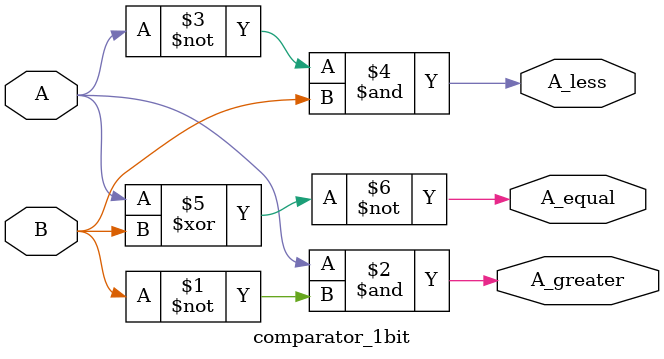
<source format=v>
module comparator_1bit (
    input  A,
    input  B,
    output A_greater,
    output A_equal,
    output A_less
);
    assign A_greater =  A & ~B;  // A=1, B=0
    assign A_less    = ~A &  B;  // A=0, B=1
    assign A_equal   = ~(A ^ B); // A == B
endmodule

</source>
